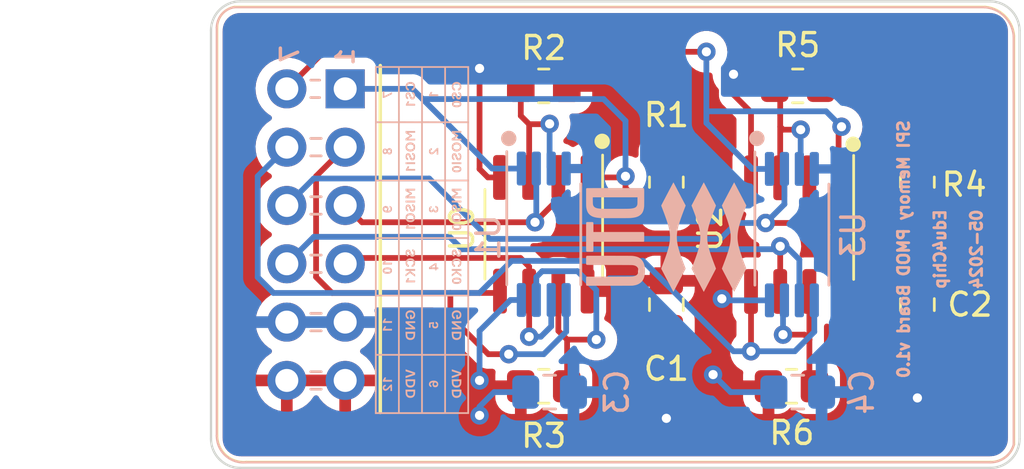
<source format=kicad_pcb>
(kicad_pcb (version 20211014) (generator pcbnew)
  (layers (0 "F.Cu" mixed) (31 "B.Cu" mixed) (34 "B.Paste" user) (35 "F.Paste" user) (36 "B.SilkS" user "B.Silkscreen") (37 "F.SilkS" user "F.Silkscreen") (38 "B.Mask" user) (39 "F.Mask" user) (44 "Edge.Cuts" user))
  (net 0 "")
  (net 1 "VDD")
  (net 2 "GND")
  (net 3 "/CS_0")
  (net 4 "/MOSI_0")
  (net 5 "/MISO_0")
  (net 6 "/SCK_0")
  (net 7 "/CS_1")
  (net 8 "/MOSI_1")
  (net 9 "/MISO_1")
  (net 10 "/SCK_1")
  (net 11 "/WP0")
  (net 12 "/HOLD0")
  (net 13 "/WP1")
  (net 14 "/HOLD1")
  (footprint "Resistor_SMD:R_0805_2012Metric_Pad1.20x1.40mm_HandSolder" (layer "F.Cu") (at 48.514 25.654 90)
    (fp_text reference "R4" (at -0.111 2.032) (layer "F.SilkS"))
    (fp_text value "20k")
    (pad "1" smd roundrect (at -1 0 90) (size 1.2 1.4) (layers "F.Cu" "F.Paste" "F.Mask") (roundrect_rratio 0.2083333333) (net 1 "VDD"))
    (pad "2" smd roundrect (at 1 0 90) (size 1.2 1.4) (layers "F.Cu" "F.Paste" "F.Mask") (roundrect_rratio 0.2083333333) (net 7 "/CS_1"))
  )
  (footprint "Resistor_SMD:R_0805_2012Metric_Pad1.20x1.40mm_HandSolder" (layer "F.Cu") (at 43.307 21.463 180)
    (fp_text reference "R5" (at 0 1.778) (layer "F.SilkS"))
    (fp_text value "20k")
    (pad "1" smd roundrect (at -1 0 180) (size 1.2 1.4) (layers "F.Cu" "F.Paste" "F.Mask") (roundrect_rratio 0.2083333333) (net 1 "VDD"))
    (pad "2" smd roundrect (at 1 0 180) (size 1.2 1.4) (layers "F.Cu" "F.Paste" "F.Mask") (roundrect_rratio 0.2083333333) (net 13 "/WP1"))
  )
  (footprint "footprint_library:SOIC8_multi_150mil_and_200mil" (layer "F.Cu") (at 32.258 27.924 -90)
    (fp_text reference "U0" (at -0.254 3.556 90) (layer "F.SilkS"))
    (fp_text value "SPI SRAM")
    (pad "1" smd roundrect (at -2.475 -1.905 270) (size 1.95 0.6) (layers "F.Cu" "F.Paste" "F.Mask") (net 3 "/CS_0"))
    (pad "2" smd roundrect (at -2.475 -0.635 270) (size 1.95 0.6) (layers "F.Cu" "F.Paste" "F.Mask") (net 5 "/MISO_0"))
    (pad "3" smd roundrect (at -2.475 0.635 270) (size 1.95 0.6) (layers "F.Cu" "F.Paste" "F.Mask") (net 11 "/WP0"))
    (pad "4" smd roundrect (at -2.475 1.905 270) (size 1.95 0.6) (layers "F.Cu" "F.Paste" "F.Mask") (net 2 "GND"))
    (pad "5" smd roundrect (at 2.475 1.905 270) (size 1.95 0.6) (layers "F.Cu" "F.Paste" "F.Mask") (net 4 "/MOSI_0"))
    (pad "6" smd roundrect (at 2.475 0.635 270) (size 1.95 0.6) (layers "F.Cu" "F.Paste" "F.Mask") (net 6 "/SCK_0"))
    (pad "7" smd roundrect (at 2.475 -0.635 270) (size 1.95 0.6) (layers "F.Cu" "F.Paste" "F.Mask") (net 12 "/HOLD0"))
    (pad "8" smd roundrect (at 2.475 -1.905 270) (size 1.95 0.6) (layers "F.Cu" "F.Paste" "F.Mask") (net 1 "VDD"))
  )
  (footprint "Resistor_SMD:R_0805_2012Metric_Pad1.20x1.40mm_HandSolder" (layer "F.Cu") (at 37.592 25.654 -90)
    (fp_text reference "R1" (at -2.921 0) (layer "F.SilkS"))
    (fp_text value "20k")
    (pad "1" smd roundrect (at -1 0 270) (size 1.2 1.4) (layers "F.Cu" "F.Paste" "F.Mask") (roundrect_rratio 0.2083333333) (net 1 "VDD"))
    (pad "2" smd roundrect (at 1 0 270) (size 1.2 1.4) (layers "F.Cu" "F.Paste" "F.Mask") (roundrect_rratio 0.2083333333) (net 3 "/CS_0"))
  )
  (footprint "footprint_library:SOIC8_multi_150mil_and_200mil" (layer "F.Cu") (at 43.18 27.94 -90)
    (fp_text reference "U2" (at -0.254 3.683 90) (layer "F.SilkS"))
    (fp_text value "SPI Flash")
    (pad "1" smd roundrect (at -2.475 -1.905 270) (size 1.95 0.6) (layers "F.Cu" "F.Paste" "F.Mask") (net 7 "/CS_1"))
    (pad "2" smd roundrect (at -2.475 -0.635 270) (size 1.95 0.6) (layers "F.Cu" "F.Paste" "F.Mask") (net 9 "/MISO_1"))
    (pad "3" smd roundrect (at -2.475 0.635 270) (size 1.95 0.6) (layers "F.Cu" "F.Paste" "F.Mask") (net 13 "/WP1"))
    (pad "4" smd roundrect (at -2.475 1.905 270) (size 1.95 0.6) (layers "F.Cu" "F.Paste" "F.Mask") (net 2 "GND"))
    (pad "5" smd roundrect (at 2.475 1.905 270) (size 1.95 0.6) (layers "F.Cu" "F.Paste" "F.Mask") (net 8 "/MOSI_1"))
    (pad "6" smd roundrect (at 2.475 0.635 270) (size 1.95 0.6) (layers "F.Cu" "F.Paste" "F.Mask") (net 10 "/SCK_1"))
    (pad "7" smd roundrect (at 2.475 -0.635 270) (size 1.95 0.6) (layers "F.Cu" "F.Paste" "F.Mask") (net 14 "/HOLD1"))
    (pad "8" smd roundrect (at 2.475 -1.905 270) (size 1.95 0.6) (layers "F.Cu" "F.Paste" "F.Mask") (net 1 "VDD"))
  )
  (footprint "Resistor_SMD:R_0805_2012Metric_Pad1.20x1.40mm_HandSolder" (layer "F.Cu") (at 32.258 34.544)
    (fp_text reference "R3" (at 0 2.159) (layer "F.SilkS"))
    (fp_text value "20k")
    (pad "1" smd roundrect locked (at -1 0) (size 1.2 1.4) (layers "F.Cu" "F.Paste" "F.Mask") (roundrect_rratio 0.2083333333) (net 1 "VDD"))
    (pad "2" smd roundrect locked (at 1 0) (size 1.2 1.4) (layers "F.Cu" "F.Paste" "F.Mask") (roundrect_rratio 0.2083333333) (net 12 "/HOLD0"))
  )
  (footprint "Resistor_SMD:R_0805_2012Metric_Pad1.20x1.40mm_HandSolder" (layer "F.Cu") (at 43.037 34.544)
    (fp_text reference "R6" (at 0.016 2.032) (layer "F.SilkS"))
    (fp_text value "20k")
    (pad "1" smd roundrect (at -1 0) (size 1.2 1.4) (layers "F.Cu" "F.Paste" "F.Mask") (roundrect_rratio 0.2083333333) (net 1 "VDD"))
    (pad "2" smd roundrect (at 1 0) (size 1.2 1.4) (layers "F.Cu" "F.Paste" "F.Mask") (roundrect_rratio 0.2083333333) (net 14 "/HOLD1"))
  )
  (footprint "Resistor_SMD:R_0805_2012Metric_Pad1.20x1.40mm_HandSolder" (layer "F.Cu") (at 32.258 21.463 180)
    (fp_text reference "R2" (at 0 1.651) (layer "F.SilkS"))
    (fp_text value "20k")
    (pad "1" smd roundrect (at -1 0 180) (size 1.2 1.4) (layers "F.Cu" "F.Paste" "F.Mask") (roundrect_rratio 0.2083333333) (net 1 "VDD"))
    (pad "2" smd roundrect (at 1 0 180) (size 1.2 1.4) (layers "F.Cu" "F.Paste" "F.Mask") (roundrect_rratio 0.2083333333) (net 11 "/WP0"))
  )
  (footprint "Capacitor_SMD:C_0805_2012Metric_Pad1.18x1.45mm_HandSolder" (layer "F.Cu") (at 37.592 30.988 -90)
    (fp_text reference "C1" (at 2.794 0) (layer "F.SilkS"))
    (fp_text value "100n")
    (pad "1" smd roundrect (at -1.0375 0 270) (size 1.175 1.45) (layers "F.Cu" "F.Paste" "F.Mask") (roundrect_rratio 0.2127659574) (net 1 "VDD"))
    (pad "2" smd roundrect (at 1.0375 0 270) (size 1.175 1.45) (layers "F.Cu" "F.Paste" "F.Mask") (roundrect_rratio 0.2127659574) (net 2 "GND"))
  )
  (footprint "Capacitor_SMD:C_0805_2012Metric_Pad1.18x1.45mm_HandSolder" (layer "F.Cu") (at 48.514 30.988 -90)
    (fp_text reference "C2" (at 0 -2.286) (layer "F.SilkS"))
    (fp_text value "100n")
    (pad "1" smd roundrect (at -1.0375 0 270) (size 1.175 1.45) (layers "F.Cu" "F.Paste" "F.Mask") (roundrect_rratio 0.2127659574) (net 1 "VDD"))
    (pad "2" smd roundrect (at 1.0375 0 270) (size 1.175 1.45) (layers "F.Cu" "F.Paste" "F.Mask") (roundrect_rratio 0.2127659574) (net 2 "GND"))
  )
  (footprint "Capacitor_SMD:C_0805_2012Metric_Pad1.18x1.45mm_HandSolder" (layer "B.Cu") (at 43.307 34.798)
    (fp_text reference "C4" (at 2.794 0 90) (layer "B.SilkS") (effects (justify mirror)))
    (fp_text value "100n")
    (pad "1" smd roundrect (at -1.0375 0) (size 1.175 1.45) (layers "B.Cu" "B.Paste" "B.Mask") (roundrect_rratio 0.2127659574) (net 1 "VDD"))
    (pad "2" smd roundrect (at 1.0375 0) (size 1.175 1.45) (layers "B.Cu" "B.Paste" "B.Mask") (roundrect_rratio 0.2127659574) (net 2 "GND"))
  )
  (footprint "Capacitor_SMD:C_0805_2012Metric_Pad1.18x1.45mm_HandSolder" (layer "B.Cu") (at 32.512 34.798)
    (fp_text reference "C3" (at 2.921 0 90) (layer "B.SilkS") (effects (justify mirror)))
    (fp_text value "100n")
    (pad "1" smd roundrect (at -1.0375 0) (size 1.175 1.45) (layers "B.Cu" "B.Paste" "B.Mask") (roundrect_rratio 0.2127659574) (net 1 "VDD"))
    (pad "2" smd roundrect (at 1.0375 0) (size 1.175 1.45) (layers "B.Cu" "B.Paste" "B.Mask") (roundrect_rratio 0.2127659574) (net 2 "GND"))
  )
  (footprint "footprint_library:dtu_logo" (layer "B.Cu") (at 37.592 28.067 -90)
    (fp_text reference "G***" hide)
    (fp_text value "LOGO" hide)
  )
  (footprint "Package_SO:TSSOP-8_4.4x3mm_P0.65mm" (layer "B.Cu") (at 43.053 27.94 -90)
    (fp_text reference "U3" (at 0 -2.667 90) (layer "B.SilkS") (effects (justify mirror)))
    (fp_text value "SPI SRAM")
    (pad "1" smd roundrect (at -2.8625 0.975 270) (size 1.475 0.4) (layers "B.Cu" "B.Paste" "B.Mask") (net 7 "/CS_1"))
    (pad "2" smd roundrect (at -2.8625 0.325 270) (size 1.475 0.4) (layers "B.Cu" "B.Paste" "B.Mask") (net 9 "/MISO_1"))
    (pad "3" smd roundrect (at -2.8625 -0.325 270) (size 1.475 0.4) (layers "B.Cu" "B.Paste" "B.Mask") (net 13 "/WP1"))
    (pad "4" smd roundrect (at -2.8625 -0.975 270) (size 1.475 0.4) (layers "B.Cu" "B.Paste" "B.Mask") (net 2 "GND"))
    (pad "5" smd roundrect (at 2.8625 -0.975 270) (size 1.475 0.4) (layers "B.Cu" "B.Paste" "B.Mask") (net 8 "/MOSI_1"))
    (pad "6" smd roundrect (at 2.8625 -0.325 270) (size 1.475 0.4) (layers "B.Cu" "B.Paste" "B.Mask") (net 10 "/SCK_1"))
    (pad "7" smd roundrect (at 2.8625 0.325 270) (size 1.475 0.4) (layers "B.Cu" "B.Paste" "B.Mask") (net 14 "/HOLD1"))
    (pad "8" smd roundrect (at 2.8625 0.975 270) (size 1.475 0.4) (layers "B.Cu" "B.Paste" "B.Mask") (net 1 "VDD"))
  )
  (footprint "footprint_library:table_pinout" (layer "B.Cu") (at 27.051 28.194 -90)
    (fp_text reference "G***" hide)
    (fp_text value "LOGO" hide)
  )
  (footprint "Package_SO:TSSOP-8_4.4x3mm_P0.65mm" (layer "B.Cu") (at 32.258 27.924 -90)
    (fp_text reference "U1" (at 0.143 2.413 90) (layer "B.SilkS") (effects (justify mirror)))
    (fp_text value "SPI SRAM")
    (pad "1" smd roundrect (at -2.8625 0.975 270) (size 1.475 0.4) (layers "B.Cu" "B.Paste" "B.Mask") (net 3 "/CS_0"))
    (pad "2" smd roundrect (at -2.8625 0.325 270) (size 1.475 0.4) (layers "B.Cu" "B.Paste" "B.Mask") (net 5 "/MISO_0"))
    (pad "3" smd roundrect (at -2.8625 -0.325 270) (size 1.475 0.4) (layers "B.Cu" "B.Paste" "B.Mask") (net 11 "/WP0"))
    (pad "4" smd roundrect (at -2.8625 -0.975 270) (size 1.475 0.4) (layers "B.Cu" "B.Paste" "B.Mask") (net 2 "GND"))
    (pad "5" smd roundrect (at 2.8625 -0.975 270) (size 1.475 0.4) (layers "B.Cu" "B.Paste" "B.Mask") (net 4 "/MOSI_0"))
    (pad "6" smd roundrect (at 2.8625 -0.325 270) (size 1.475 0.4) (layers "B.Cu" "B.Paste" "B.Mask") (net 6 "/SCK_0"))
    (pad "7" smd roundrect (at 2.8625 0.325 270) (size 1.475 0.4) (layers "B.Cu" "B.Paste" "B.Mask") (net 12 "/HOLD0"))
    (pad "8" smd roundrect (at 2.8625 0.975 270) (size 1.475 0.4) (layers "B.Cu" "B.Paste" "B.Mask") (net 1 "VDD"))
  )
  (footprint "footprint_library:PinHeader_2x06_P2.54mm_Horizontal" (layer "B.Cu") (at 23.618 21.59 180)
    (fp_text reference "J1" hide)
    (fp_text value "Conn_02x06_Top_Bottom")
    (pad "1" thru_hole rect (at 0 0) (size 1.7 1.7) (drill 1) (layers *.Cu *.Mask) (net 3 "/CS_0"))
    (pad "2" thru_hole oval (at 0 -2.54) (size 1.7 1.7) (drill 1) (layers *.Cu *.Mask) (net 4 "/MOSI_0"))
    (pad "3" thru_hole oval (at 0 -5.08) (size 1.7 1.7) (drill 1) (layers *.Cu *.Mask) (net 5 "/MISO_0"))
    (pad "4" thru_hole oval (at 0 -7.62) (size 1.7 1.7) (drill 1) (layers *.Cu *.Mask) (net 6 "/SCK_0"))
    (pad "5" thru_hole oval (at 0 -10.16) (size 1.7 1.7) (drill 1) (layers *.Cu *.Mask) (net 2 "GND"))
    (pad "6" thru_hole oval (at 0 -12.7) (size 1.7 1.7) (drill 1) (layers *.Cu *.Mask) (net 1 "VDD"))
    (pad "7" thru_hole circle (at 2.54 0) (size 1.7 1.7) (drill 1) (layers *.Cu *.Mask) (net 7 "/CS_1"))
    (pad "8" thru_hole oval (at 2.54 -2.54) (size 1.7 1.7) (drill 1) (layers *.Cu *.Mask) (net 8 "/MOSI_1"))
    (pad "9" thru_hole oval (at 2.54 -5.08) (size 1.7 1.7) (drill 1) (layers *.Cu *.Mask) (net 9 "/MISO_1"))
    (pad "10" thru_hole oval (at 2.54 -7.62) (size 1.7 1.7) (drill 1) (layers *.Cu *.Mask) (net 10 "/SCK_1"))
    (pad "11" thru_hole oval (at 2.54 -10.16) (size 1.7 1.7) (drill 1) (layers *.Cu *.Mask) (net 2 "GND"))
    (pad "12" thru_hole oval (at 2.54 -12.7) (size 1.7 1.7) (drill 1) (layers *.Cu *.Mask) (net 1 "VDD"))
  )
  (gr_line (start 51.435 18.034001) (end 18.796 18.034) (layer "B.SilkS") (width 0.1))
  (gr_line (start 52.705 37.084) (end 52.705 19.304) (layer "B.SilkS") (width 0.1))
  (gr_line (start 51.689 37.855027) (end 19.304 37.855026) (layer "B.SilkS") (width 0.1))
  (gr_arc (start 19.304 37.855026) (mid 18.413746 37.560406) (end 18.034 36.703) (layer "B.SilkS") (width 0.1))
  (gr_circle (center 41.529 23.749) (end 41.245019 23.749) (layer "B.SilkS") (width 0.1) (fill solid))
  (gr_arc (start 52.705 37.084) (mid 52.328493 37.642785) (end 51.689 37.855027) (layer "B.SilkS") (width 0.1))
  (gr_circle (center 30.734 23.749) (end 30.450019 23.749) (layer "B.SilkS") (width 0.1) (fill solid))
  (gr_arc (start 51.435 18.034001) (mid 52.307173 18.431827) (end 52.705 19.304) (layer "B.SilkS") (width 0.1))
  (gr_line (start 18.034 18.923) (end 18.034 36.703) (layer "B.SilkS") (width 0.1))
  (gr_arc (start 18.034 18.923) (mid 18.252996 18.339639) (end 18.796 18.034) (layer "B.SilkS") (width 0.1))
  (gr_arc (start 18.050899 18.9061) (mid 18.269895 18.322739) (end 18.812899 18.0171) (layer "F.SilkS") (width 0.1))
  (gr_circle (center 34.798 23.876) (end 35.081981 23.876) (layer "F.SilkS") (width 0.1) (fill solid))
  (gr_circle (center 45.72 24.003) (end 46.003981 24.003) (layer "F.SilkS") (width 0.1) (fill solid))
  (gr_line (start 25.146 20.574) (end 25.146 35.687) (layer "F.SilkS") (width 0.15))
  (gr_arc (start 51.451899 18.017101) (mid 52.324 18.415) (end 52.721899 19.2871) (layer "F.SilkS") (width 0.1))
  (gr_line (start 51.705899 37.838127) (end 19.320899 37.838126) (layer "F.SilkS") (width 0.1))
  (gr_arc (start 19.320899 37.838126) (mid 18.430645 37.543506) (end 18.050899 36.6861) (layer "F.SilkS") (width 0.1))
  (gr_arc (start 52.721899 37.0671) (mid 52.345326 37.625798) (end 51.705899 37.838127) (layer "F.SilkS") (width 0.1))
  (gr_line (start 52.721899 37.0671) (end 52.721899 19.2871) (layer "F.SilkS") (width 0.1))
  (gr_line (start 51.451899 18.017101) (end 18.812899 18.0171) (layer "F.SilkS") (width 0.1))
  (gr_line (start 18.050899 18.9061) (end 18.050899 36.6861) (layer "F.SilkS") (width 0.1))
  (gr_line (start 52.959 36.830001) (end 52.959 19.050001) (layer "Edge.Cuts") (width 0.1))
  (gr_line (start 51.689 17.780001) (end 19.05 17.78) (layer "Edge.Cuts") (width 0.1))
  (gr_arc (start 51.689 17.780001) (mid 52.581754 18.157247) (end 52.959 19.050001) (layer "Edge.Cuts") (width 0.1))
  (gr_arc (start 52.959 36.830001) (mid 52.587026 37.728027) (end 51.689 38.100001) (layer "Edge.Cuts") (width 0.1))
  (gr_arc (start 19.05 38.1) (mid 18.151974 37.728026) (end 17.78 36.83) (layer "Edge.Cuts") (width 0.1))
  (gr_arc (start 17.78 19.05) (mid 18.151974 18.151974) (end 19.05 17.78) (layer "Edge.Cuts") (width 0.1))
  (gr_line (start 17.78 19.05) (end 17.78 36.83) (layer "Edge.Cuts") (width 0.1))
  (gr_line (start 19.05 38.1) (end 51.689 38.100001) (layer "Edge.Cuts") (width 0.1))
  (gr_text "SPI Memory PMOD Board v1.0\n\nEdu4Chip\n\n05-2024\n\n\n" (at 50.292 28.575 -270) (layer "B.SilkS") (effects (font (size 0.492 0.492) (thickness 0.123)) (justify mirror)))
  (gr_text "1" (at 23.622 20.193 -270) (layer "B.SilkS") (effects (font (size 0.75 0.75)) (justify mirror)))
  (gr_text "7" (at 21.209 20.066 -270) (layer "B.SilkS") (effects (font (size 0.75 0.75)) (justify mirror)))
  (via (at 29.464 34.29) (size 0.8) (drill 0.4) (layers "F.Cu" "B.Cu") (net 1))
  (via (at 39.624 34.036) (size 0.8) (drill 0.4) (layers "F.Cu" "B.Cu") (net 1))
  (via (at 40.005 30.734) (size 0.8) (drill 0.4) (layers "F.Cu" "B.Cu") (net 1))
  (via (at 29.464 35.814) (size 0.8) (drill 0.4) (layers "F.Cu" "B.Cu") (net 1))
  (segment (start 40.0735 30.8025) (end 42.078 30.8025) (width 0.25) (layer "B.Cu") (net 1))
  (segment (start 29.464 34.29) (end 29.464 32.131) (width 0.25) (layer "B.Cu") (net 1))
  (segment (start 30.099 34.798) (end 31.4745 34.798) (width 0.25) (layer "B.Cu") (net 1))
  (segment (start 40.005 30.734) (end 40.0735 30.8025) (width 0.25) (layer "B.Cu") (net 1))
  (segment (start 29.464 35.814) (end 29.464 35.433) (width 0.25) (layer "B.Cu") (net 1))
  (segment (start 29.464 35.433) (end 30.099 34.798) (width 0.25) (layer "B.Cu") (net 1))
  (segment (start 29.464 32.131) (end 30.8085 30.7865) (width 0.25) (layer "B.Cu") (net 1))
  (segment (start 30.8085 30.7865) (end 31.283 30.7865) (width 0.25) (layer "B.Cu") (net 1))
  (segment (start 42.2695 34.798) (end 40.386 34.798) (width 0.25) (layer "B.Cu") (net 1))
  (segment (start 40.386 34.798) (end 39.624 34.036) (width 0.25) (layer "B.Cu") (net 1))
  (segment (start 41.275 22.606) (end 41.275 25.465) (width 0.25) (layer "F.Cu") (net 2))
  (segment (start 29.8305 25.449) (end 30.353 25.449) (width 0.25) (layer "F.Cu") (net 2))
  (segment (start 40.513 20.955) (end 40.513 21.844) (width 0.25) (layer "F.Cu") (net 2))
  (segment (start 29.464 20.701) (end 29.464 25.0825) (width 0.25) (layer "F.Cu") (net 2))
  (segment (start 29.464 25.0825) (end 29.8305 25.449) (width 0.25) (layer "F.Cu") (net 2))
  (segment (start 37.592 32.0255) (end 37.592 35.941) (width 0.25) (layer "F.Cu") (net 2))
  (segment (start 40.513 21.844) (end 41.275 22.606) (width 0.25) (layer "F.Cu") (net 2))
  (segment (start 48.514 32.0255) (end 48.514 35.052) (width 0.25) (layer "F.Cu") (net 2))
  (via (at 40.513 20.955) (size 0.8) (drill 0.4) (layers "F.Cu" "B.Cu") (net 2))
  (via (at 29.464 20.701) (size 0.8) (drill 0.4) (layers "F.Cu" "B.Cu") (net 2))
  (via (at 37.592 35.941) (size 0.8) (drill 0.4) (layers "F.Cu" "B.Cu") (net 2))
  (via (at 48.514 35.052) (size 0.8) (drill 0.4) (layers "F.Cu" "B.Cu") (net 2))
  (segment (start 35.814 25.4) (end 35.765 25.449) (width 0.25) (layer "F.Cu") (net 3))
  (segment (start 35.814 25.4) (end 35.814 25.908) (width 0.25) (layer "F.Cu") (net 3))
  (segment (start 35.814 25.908) (end 36.56 26.654) (width 0.25) (layer "F.Cu") (net 3))
  (segment (start 35.765 25.449) (end 34.163 25.449) (width 0.25) (layer "F.Cu") (net 3))
  (segment (start 36.56 26.654) (end 37.592 26.654) (width 0.25) (layer "F.Cu") (net 3))
  (via (at 35.814 25.4) (size 0.8) (drill 0.4) (layers "F.Cu" "B.Cu") (net 3))
  (segment (start 35.814 25.4) (end 35.814 22.987) (width 0.25) (layer "B.Cu") (net 3))
  (segment (start 35.814 22.987) (end 34.8615 22.0345) (width 0.25) (layer "B.Cu") (net 3))
  (segment (start 27.94 22.987) (end 30.0145 25.0615) (width 0.25) (layer "B.Cu") (net 3))
  (segment (start 26.9875 22.0345) (end 27.94 22.987) (width 0.25) (layer "B.Cu") (net 3))
  (segment (start 34.8615 22.0345) (end 26.9875 22.0345) (width 0.25) (layer "B.Cu") (net 3))
  (segment (start 23.618 21.59) (end 26.543 21.59) (width 0.25) (layer "B.Cu") (net 3))
  (segment (start 30.0145 25.0615) (end 31.283 25.0615) (width 0.25) (layer "B.Cu") (net 3))
  (segment (start 26.543 21.59) (end 26.9875 22.0345) (width 0.25) (layer "B.Cu") (net 3))
  (segment (start 29.845 33.147) (end 28.194 31.496) (width 0.25) (layer "F.Cu") (net 4))
  (segment (start 28.702 30.48) (end 30.272 30.48) (width 0.25) (layer "F.Cu") (net 4))
  (segment (start 28.702 30.48) (end 28.194 30.48) (width 0.25) (layer "F.Cu") (net 4))
  (segment (start 22.352 29.788505) (end 22.352 25.396) (width 0.25) (layer "F.Cu") (net 4))
  (segment (start 30.272 30.48) (end 30.353 30.399) (width 0.25) (layer "F.Cu") (net 4))
  (segment (start 28.194 30.48) (end 23.043495 30.48) (width 0.25) (layer "F.Cu") (net 4))
  (segment (start 23.043495 30.48) (end 22.352 29.788505) (width 0.25) (layer "F.Cu") (net 4))
  (segment (start 28.194 31.496) (end 28.194 30.48) (width 0.25) (layer "F.Cu") (net 4))
  (segment (start 22.352 25.396) (end 23.618 24.13) (width 0.25) (layer "F.Cu") (net 4))
  (segment (start 30.734 33.147) (end 29.845 33.147) (width 0.25) (layer "F.Cu") (net 4))
  (via (at 30.734 33.147) (size 0.8) (drill 0.4) (layers "F.Cu" "B.Cu") (net 4))
  (segment (start 32.258 33.147) (end 33.233 32.172) (width 0.25) (layer "B.Cu") (net 4))
  (segment (start 33.233 32.172) (end 33.233 30.7865) (width 0.25) (layer "B.Cu") (net 4))
  (segment (start 30.734 33.147) (end 32.258 33.147) (width 0.25) (layer "B.Cu") (net 4))
  (segment (start 24.34898 27.40098) (end 31.877 27.40098) (width 0.25) (layer "F.Cu") (net 5))
  (segment (start 23.618 26.67) (end 24.34898 27.40098) (width 0.25) (layer "F.Cu") (net 5))
  (segment (start 32.893 26.38498) (end 32.893 25.449) (width 0.25) (layer "F.Cu") (net 5))
  (segment (start 31.877 27.40098) (end 32.893 26.38498) (width 0.25) (layer "F.Cu") (net 5))
  (via (at 31.877 27.40098) (size 0.8) (drill 0.4) (layers "F.Cu" "B.Cu") (net 5))
  (segment (start 31.933 25.0615) (end 31.933 27.34498) (width 0.25) (layer "B.Cu") (net 5))
  (segment (start 31.933 27.34498) (end 31.877 27.40098) (width 0.25) (layer "B.Cu") (net 5))
  (segment (start 23.618 29.21) (end 23.872 28.956) (width 0.25) (layer "F.Cu") (net 6))
  (segment (start 31.623 29.337) (end 31.623 30.399) (width 0.25) (layer "F.Cu") (net 6))
  (segment (start 31.242 28.956) (end 31.623 29.337) (width 0.25) (layer "F.Cu") (net 6))
  (segment (start 23.872 28.956) (end 31.242 28.956) (width 0.25) (layer "F.Cu") (net 6))
  (segment (start 31.623 30.399) (end 31.623 32.385) (width 0.25) (layer "F.Cu") (net 6))
  (via (at 31.623 32.385) (size 0.8) (drill 0.4) (layers "F.Cu" "B.Cu") (net 6))
  (segment (start 32.583 31.933) (end 32.583 30.7865) (width 0.25) (layer "B.Cu") (net 6))
  (segment (start 31.623 32.385) (end 32.131 32.385) (width 0.25) (layer "B.Cu") (net 6))
  (segment (start 32.131 32.385) (end 32.583 31.933) (width 0.25) (layer "B.Cu") (net 6))
  (segment (start 45.085 25.465) (end 45.085 23.368) (width 0.25) (layer "F.Cu") (net 7))
  (segment (start 45.085 25.465) (end 46.29 25.465) (width 0.25) (layer "F.Cu") (net 7))
  (segment (start 46.29 25.465) (end 47.101 24.654) (width 0.25) (layer "F.Cu") (net 7))
  (segment (start 47.101 24.654) (end 48.514 24.654) (width 0.25) (layer "F.Cu") (net 7))
  (segment (start 45.085 23.368) (end 45.212 23.241) (width 0.25) (layer "F.Cu") (net 7))
  (segment (start 21.078 21.59) (end 22.691511 19.976489) (width 0.25) (layer "F.Cu") (net 7))
  (segment (start 22.691511 19.976489) (end 39.332511 19.976489) (width 0.25) (layer "F.Cu") (net 7))
  (via (at 39.332511 19.976489) (size 0.8) (drill 0.4) (layers "F.Cu" "B.Cu") (net 7))
  (via (at 45.212 23.241) (size 0.8) (drill 0.4) (layers "F.Cu" "B.Cu") (net 7))
  (segment (start 42.078 25.0775) (end 41.3335 25.0775) (width 0.25) (layer "B.Cu") (net 7))
  (segment (start 39.332511 22.568511) (end 39.332511 19.976489) (width 0.25) (layer "B.Cu") (net 7))
  (segment (start 39.332511 23.076511) (end 39.332511 22.568511) (width 0.25) (layer "B.Cu") (net 7))
  (segment (start 41.3335 25.0775) (end 39.332511 23.076511) (width 0.25) (layer "B.Cu") (net 7))
  (segment (start 39.332511 22.568511) (end 44.539511 22.568511) (width 0.25) (layer "B.Cu") (net 7))
  (segment (start 44.539511 22.568511) (end 45.212 23.241) (width 0.25) (layer "B.Cu") (net 7))
  (segment (start 41.275 30.415) (end 41.275 33.02) (width 0.25) (layer "F.Cu") (net 8))
  (via (at 41.275 33.02) (size 0.8) (drill 0.4) (layers "F.Cu" "B.Cu") (net 8))
  (segment (start 19.812 25.396) (end 21.078 24.13) (width 0.25) (layer "B.Cu") (net 8))
  (segment (start 19.812 29.795988) (end 19.812 25.396) (width 0.25) (layer "B.Cu") (net 8))
  (segment (start 29.464 30.48) (end 20.496012 30.48) (width 0.25) (layer "B.Cu") (net 8))
  (segment (start 36.576 29.083) (end 30.861 29.083) (width 0.25) (layer "B.Cu") (net 8))
  (segment (start 41.275 33.02) (end 40.513 33.02) (width 0.25) (layer "B.Cu") (net 8))
  (segment (start 40.513 33.02) (end 36.576 29.083) (width 0.25) (layer "B.Cu") (net 8))
  (segment (start 43.18 33.02) (end 44.028 32.172) (width 0.25) (layer "B.Cu") (net 8))
  (segment (start 41.275 33.02) (end 43.18 33.02) (width 0.25) (layer "B.Cu") (net 8))
  (segment (start 20.496012 30.48) (end 19.812 29.795988) (width 0.25) (layer "B.Cu") (net 8))
  (segment (start 44.028 32.172) (end 44.028 30.8025) (width 0.25) (layer "B.Cu") (net 8))
  (segment (start 30.861 29.083) (end 29.464 30.48) (width 0.25) (layer "B.Cu") (net 8))
  (segment (start 43.053 27.432) (end 41.91 27.432) (width 0.25) (layer "F.Cu") (net 9))
  (segment (start 43.815 26.67) (end 43.053 27.432) (width 0.25) (layer "F.Cu") (net 9))
  (segment (start 43.815 25.465) (end 43.815 26.67) (width 0.25) (layer "F.Cu") (net 9))
  (via (at 41.91 27.432) (size 0.8) (drill 0.4) (layers "F.Cu" "B.Cu") (net 9))
  (segment (start 40.64 27.432) (end 41.91 27.432) (width 0.25) (layer "B.Cu") (net 9))
  (segment (start 21.078 26.67) (end 22.252511 25.495489) (width 0.25) (layer "B.Cu") (net 9))
  (segment (start 42.728 26.614) (end 42.728 25.0775) (width 0.25) (layer "B.Cu") (net 9))
  (segment (start 41.91 27.432) (end 42.728 26.614) (width 0.25) (layer "B.Cu") (net 9))
  (segment (start 22.252511 25.495489) (end 27.273489 25.495489) (width 0.25) (layer "B.Cu") (net 9))
  (segment (start 39.94652 28.12548) (end 40.64 27.432) (width 0.25) (layer "B.Cu") (net 9))
  (segment (start 29.90348 28.12548) (end 39.94652 28.12548) (width 0.25) (layer "B.Cu") (net 9))
  (segment (start 27.273489 25.495489) (end 29.90348 28.12548) (width 0.25) (layer "B.Cu") (net 9))
  (segment (start 42.545 30.415) (end 42.545 28.448) (width 0.25) (layer "F.Cu") (net 10))
  (via (at 42.545 28.448) (size 0.8) (drill 0.4) (layers "F.Cu" "B.Cu") (net 10))
  (segment (start 22.252511 28.035489) (end 28.162489 28.035489) (width 0.25) (layer "B.Cu") (net 10))
  (segment (start 42.545 28.448) (end 42.799 28.448) (width 0.25) (layer "B.Cu") (net 10))
  (segment (start 28.162489 28.035489) (end 28.702 28.575) (width 0.25) (layer "B.Cu") (net 10))
  (segment (start 42.799 28.448) (end 43.378 29.027) (width 0.25) (layer "B.Cu") (net 10))
  (segment (start 42.418 28.575) (end 42.545 28.448) (width 0.25) (layer "B.Cu") (net 10))
  (segment (start 43.378 29.027) (end 43.378 30.8025) (width 0.25) (layer "B.Cu") (net 10))
  (segment (start 28.702 28.575) (end 42.418 28.575) (width 0.25) (layer "B.Cu") (net 10))
  (segment (start 21.078 29.21) (end 22.252511 28.035489) (width 0.25) (layer "B.Cu") (net 10))
  (segment (start 31.623 25.449) (end 31.623 23.146) (width 0.25) (layer "F.Cu") (net 11))
  (segment (start 32.496 23.13) (end 32.512 23.114) (width 0.25) (layer "F.Cu") (net 11))
  (segment (start 31.623 23.146) (end 31.639 23.13) (width 0.25) (layer "F.Cu") (net 11))
  (segment (start 31.258 21.463) (end 31.258 22.765) (width 0.25) (layer "F.Cu") (net 11))
  (segment (start 31.258 22.765) (end 31.623 23.13) (width 0.25) (layer "F.Cu") (net 11))
  (segment (start 31.639 23.13) (end 32.496 23.13) (width 0.25) (layer "F.Cu") (net 11))
  (via (at 32.512 23.114) (size 0.8) (drill 0.4) (layers "F.Cu" "B.Cu") (net 11))
  (segment (start 32.512 23.114) (end 32.512 24.9905) (width 0.25) (layer "B.Cu") (net 11))
  (segment (start 32.512 24.9905) (end 32.583 25.0615) (width 0.25) (layer "B.Cu") (net 11))
  (segment (start 32.893 32.131) (end 33.274 32.512) (width 0.25) (layer "F.Cu") (net 12))
  (segment (start 32.893 30.399) (end 32.893 32.131) (width 0.25) (layer "F.Cu") (net 12))
  (segment (start 33.274 32.512) (end 33.274 34.528) (width 0.25) (layer "F.Cu") (net 12))
  (segment (start 33.274 32.512) (end 34.544 32.512) (width 0.25) (layer "F.Cu") (net 12))
  (segment (start 33.274 34.528) (end 33.258 34.544) (width 0.25) (layer "F.Cu") (net 12))
  (via (at 34.544 32.512) (size 0.8) (drill 0.4) (layers "F.Cu" "B.Cu") (net 12))
  (segment (start 31.933 30.7865) (end 31.933 29.789) (width 0.25) (layer "B.Cu") (net 12))
  (segment (start 33.72352 29.53252) (end 34.544 30.353) (width 0.25) (layer "B.Cu") (net 12))
  (segment (start 31.933 29.789) (end 32.18948 29.53252) (width 0.25) (layer "B.Cu") (net 12))
  (segment (start 32.18948 29.53252) (end 33.72352 29.53252) (width 0.25) (layer "B.Cu") (net 12))
  (segment (start 34.544 30.353) (end 34.544 32.512) (width 0.25) (layer "B.Cu") (net 12))
  (segment (start 42.545 22.733) (end 42.545 21.701) (width 0.25) (layer "F.Cu") (net 13))
  (segment (start 42.545 25.465) (end 42.545 22.733) (width 0.25) (layer "F.Cu") (net 13))
  (segment (start 42.672 23.368) (end 42.545 23.241) (width 0.25) (layer "F.Cu") (net 13))
  (segment (start 42.545 21.701) (end 42.307 21.463) (width 0.25) (layer "F.Cu") (net 13))
  (segment (start 43.434 23.368) (end 42.672 23.368) (width 0.25) (layer "F.Cu") (net 13))
  (via (at 43.434 23.368) (size 0.8) (drill 0.4) (layers "F.Cu" "B.Cu") (net 13))
  (segment (start 43.434 23.368) (end 43.434 25.0215) (width 0.25) (layer "B.Cu") (net 13))
  (segment (start 43.434 25.0215) (end 43.378 25.0775) (width 0.25) (layer "B.Cu") (net 13))
  (segment (start 43.815 32.512) (end 43.5985 32.2955) (width 0.25) (layer "F.Cu") (net 14))
  (segment (start 43.815 34.322) (end 43.815 32.512) (width 0.25) (layer "F.Cu") (net 14))
  (segment (start 43.815 32.512) (end 43.815 30.415) (width 0.25) (layer "F.Cu") (net 14))
  (segment (start 43.5985 32.2955) (end 42.667701 32.2955) (width 0.25) (layer "F.Cu") (net 14))
  (segment (start 44.037 34.544) (end 43.815 34.322) (width 0.25) (layer "F.Cu") (net 14))
  (via (at 42.667701 32.2955) (size 0.8) (drill 0.4) (layers "F.Cu" "B.Cu") (net 14))
  (segment (start 42.667701 30.862799) (end 42.728 30.8025) (width 0.25) (layer "B.Cu") (net 14))
  (segment (start 42.667701 32.2955) (end 42.667701 30.862799) (width 0.25) (layer "B.Cu") (net 14))
  (zone (net 1) (net_name "VDD") (layer "F.Cu") (connect_pads (clearance 0.508)) (min_thickness 0.254) (fill yes (thermal_gap 0.508) (thermal_bridge_width 0.508))
    (polygon (pts (xy 52.959 38.1) (xy 17.907 38.1) (xy 17.907 17.78) (xy 27.178 17.78) (xy 41.148 17.78) (xy 52.959 17.78)))
  )
  (zone (net 2) (net_name "GND") (layer "B.Cu") (connect_pads (clearance 0.508)) (min_thickness 0.254) (fill yes (thermal_gap 0.508) (thermal_bridge_width 0.508))
    (polygon (pts (xy 52.963136 37.92264) (xy 17.861374 37.810419) (xy 17.856314 17.728464) (xy 52.958076 17.720685)))
  )
)
</source>
